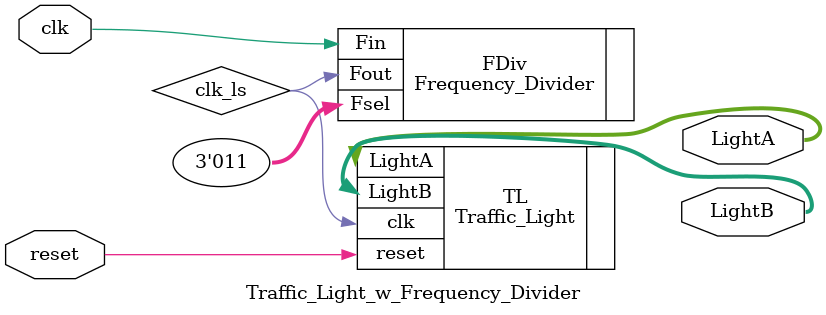
<source format=v>
module Traffic_Light_w_Frequency_Divider(clk, reset, LightA, LightB);
input clk, reset;
output[2:0] LightA, LightB;
wire clk_ls;

Frequency_Divider FDiv(.Fin(clk), .Fsel(3'd3), .Fout(clk_ls));
Traffic_Light TL(.clk(clk_ls), .reset(reset), .LightA(LightA), .LightB(LightB));

endmodule
</source>
